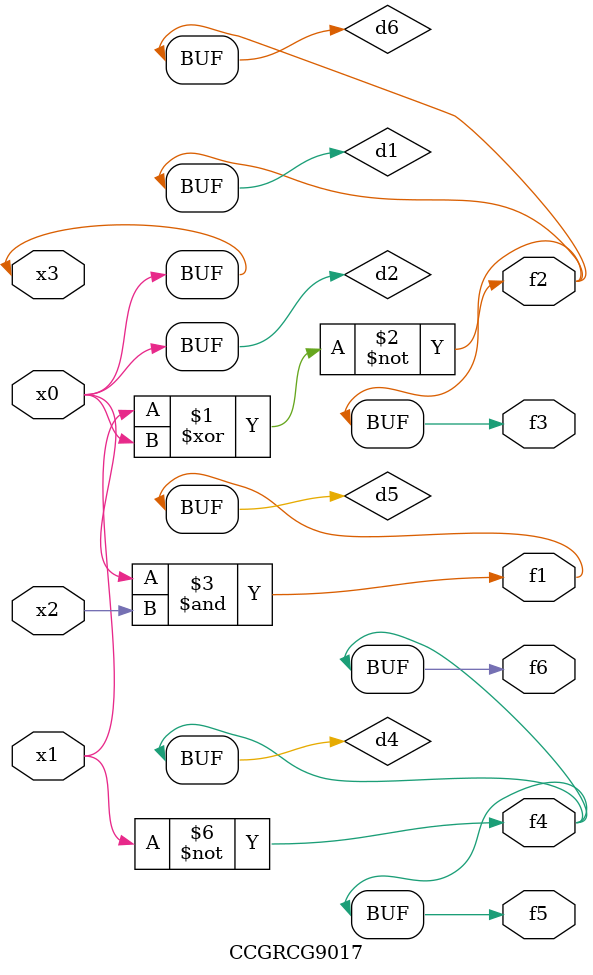
<source format=v>
module CCGRCG9017(
	input x0, x1, x2, x3,
	output f1, f2, f3, f4, f5, f6
);

	wire d1, d2, d3, d4, d5, d6;

	xnor (d1, x1, x3);
	buf (d2, x0, x3);
	nand (d3, x0, x2);
	not (d4, x1);
	nand (d5, d3);
	or (d6, d1);
	assign f1 = d5;
	assign f2 = d6;
	assign f3 = d6;
	assign f4 = d4;
	assign f5 = d4;
	assign f6 = d4;
endmodule

</source>
